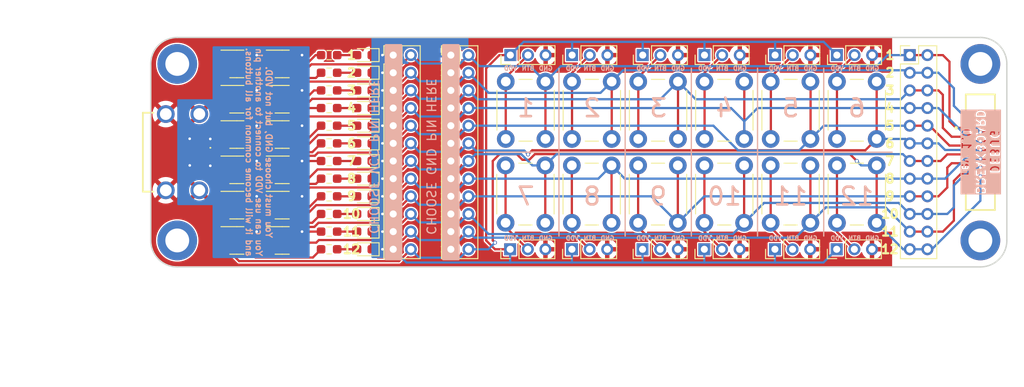
<source format=kicad_pcb>
(kicad_pcb (version 20221018) (generator pcbnew)
  (layers (0 "F.Cu" signal) (31 "B.Cu" signal) (34 "B.Paste" user) (35 "F.Paste" user) (36 "B.SilkS" user "B.Silkscreen") (37 "F.SilkS" user "F.Silkscreen") (38 "B.Mask" user) (39 "F.Mask" user) (44 "Edge.Cuts" user))
  (net 0 "")
  (net 1 "P5V0")
  (net 2 "GND")
  (net 3 "Net-(D1-A)")
  (net 4 "Net-(D2-A)")
  (net 5 "Net-(D3-A)")
  (net 6 "Net-(D4-A)")
  (net 7 "Net-(D5-A)")
  (net 8 "Net-(D6-A)")
  (net 9 "Net-(D7-A)")
  (net 10 "Net-(D8-A)")
  (net 11 "Net-(D9-A)")
  (net 12 "Net-(D10-A)")
  (net 13 "Net-(D11-A)")
  (net 14 "Net-(D12-A)")
  (net 15 "/1")
  (net 16 "/2")
  (net 17 "/3")
  (net 18 "/4")
  (net 19 "/5")
  (net 20 "/6")
  (net 21 "/7")
  (net 22 "/8")
  (net 23 "/9")
  (net 24 "/10")
  (net 25 "/11")
  (net 26 "/12")
  (net 27 "VDD")
  (net 28 "Net-(J3-Pin_2)")
  (net 29 "Net-(J5-Pin_2)")
  (net 30 "Net-(J6-Pin_2)")
  (net 31 "Net-(J7-Pin_2)")
  (net 32 "Net-(J9-Pin_2)")
  (net 33 "Net-(J10-Pin_2)")
  (net 34 "Net-(J11-Pin_2)")
  (net 35 "Net-(J12-Pin_2)")
  (net 36 "Net-(J13-Pin_2)")
  (net 37 "Net-(J14-Pin_2)")
  (net 38 "Net-(J15-Pin_2)")
  (net 39 "Net-(J16-Pin_2)")
  (net 42 "Net-(U1--)")
  (net 43 "Net-(U2--)")
  (net 44 "Net-(U3--)")
  (net 45 "Net-(U4--)")
  (net 46 "Net-(U5--)")
  (net 47 "Net-(U6--)")
  (net 48 "Net-(U7--)")
  (net 49 "Net-(U8--)")
  (net 50 "Net-(U9--)")
  (net 51 "Net-(U10--)")
  (net 52 "Net-(U11--)")
  (net 53 "Net-(U12--)")
  (footprint "Resistor_SMD:R_0603_1608Metric_Pad0.98x0.95mm_HandSolder" (layer "F.Cu") (at 120.208572 69)
    (fp_text reference "R11" hide)
    (fp_text value "510R")
  )
  (footprint "MountingHole:MountingHole_2.7mm_M2.5_ISO7380_Pad" (layer "F.Cu") (at 103 70)
    (fp_text reference "H2" hide)
    (fp_text value "M2.5")
  )
  (footprint "Button_Switch_THT:SW_PUSH_6mm_H5mm" (layer "F.Cu") (at 147.726 58.5 90)
    (fp_text reference "SW8" hide)
    (fp_text value "SW_Push")
  )
  (footprint "Connector_PinHeader_2.00mm:PinHeader_1x03_P2.00mm_Vertical" (layer "F.Cu") (at 177.72 71 90)
    (fp_text reference "J10" hide)
    (fp_text value "Conn_01x03_Pin")
  )
  (footprint "Package_TO_SOT_SMD:SOT-23-5" (layer "F.Cu") (at 114.8875 58)
    (fp_text reference "U3" hide)
    (fp_text value "TLV6001UIDBVR ")
  )
  (footprint "LED_SMD:LED_0603_1608Metric_Pad1.05x0.95mm_HandSolder" (layer "F.Cu") (at 124.208572 67 180)
    (fp_text reference "D10" hide)
    (fp_text value "LED")
  )
  (footprint "Connector_PinHeader_2.00mm:PinHeader_1x03_P2.00mm_Vertical" (layer "F.Cu") (at 177.74 49 90)
    (fp_text reference "J16" hide)
    (fp_text value "Conn_01x03_Pin")
  )
  (footprint "Resistor_SMD:R_0603_1608Metric_Pad0.98x0.95mm_HandSolder" (layer "F.Cu") (at 120.208572 57)
    (fp_text reference "R5" hide)
    (fp_text value "510R")
  )
  (footprint "MountingHole:MountingHole_2.7mm_M2.5_ISO7380_Pad" (layer "F.Cu") (at 103 50)
    (fp_text reference "H1" hide)
    (fp_text value "M2.5")
  )
  (footprint "Package_TO_SOT_SMD:SOT-23-5" (layer "F.Cu") (at 109.75 54)
    (fp_text reference "U8" hide)
    (fp_text value "TLV6001UIDBVR ")
  )
  (footprint "LED_SMD:LED_0603_1608Metric_Pad1.05x0.95mm_HandSolder" (layer "F.Cu") (at 124.208572 57 180)
    (fp_text reference "D5" hide)
    (fp_text value "LED")
  )
  (footprint "Connector_PinHeader_2.00mm:PinHeader_1x03_P2.00mm_Vertical" (layer "F.Cu") (at 147.74 49 90)
    (fp_text reference "J12" hide)
    (fp_text value "Conn_01x03_Pin")
  )
  (footprint "Package_TO_SOT_SMD:SOT-23-5" (layer "F.Cu") (at 109.75 58)
    (fp_text reference "U9" hide)
    (fp_text value "TLV6001UIDBVR ")
  )
  (footprint "Resistor_SMD:R_0603_1608Metric_Pad0.98x0.95mm_HandSolder" (layer "F.Cu") (at 120.208572 51)
    (fp_text reference "R2" hide)
    (fp_text value "510R")
  )
  (footprint "Resistor_SMD:R_0603_1608Metric_Pad0.98x0.95mm_HandSolder" (layer "F.Cu") (at 120.208572 59)
    (fp_text reference "R6" hide)
    (fp_text value "510R")
  )
  (footprint "Button_Switch_THT:SW_PUSH_6mm_H5mm" (layer "F.Cu") (at 162.73 68 90)
    (fp_text reference "SW4" hide)
    (fp_text value "SW_Push")
  )
  (footprint "LED_SMD:LED_0603_1608Metric_Pad1.05x0.95mm_HandSolder" (layer "F.Cu") (at 124.208572 65 180)
    (fp_text reference "D9" hide)
    (fp_text value "LED")
  )
  (footprint "Package_TO_SOT_SMD:SOT-23-5" (layer "F.Cu") (at 114.8875 54)
    (fp_text reference "U2" hide)
    (fp_text value "TLV6001UIDBVR ")
  )
  (footprint "Package_TO_SOT_SMD:SOT-23-5" (layer "F.Cu") (at 114.8875 50)
    (fp_text reference "U1" hide)
    (fp_text value "TLV6001UIDBVR ")
  )
  (footprint "LED_SMD:LED_0603_1608Metric_Pad1.05x0.95mm_HandSolder" (layer "F.Cu") (at 124.208572 71 180)
    (fp_text reference "D12" hide)
    (fp_text value "LED")
  )
  (footprint "Package_TO_SOT_SMD:SOT-23-5" (layer "F.Cu") (at 114.8875 70)
    (fp_text reference "U6" hide)
    (fp_text value "TLV6001UIDBVR ")
  )
  (footprint "LED_SMD:LED_0603_1608Metric_Pad1.05x0.95mm_HandSolder" (layer "F.Cu") (at 124.208572 55 180)
    (fp_text reference "D4" hide)
    (fp_text value "LED")
  )
  (footprint "Resistor_SMD:R_0603_1608Metric_Pad0.98x0.95mm_HandSolder" (layer "F.Cu") (at 120.208572 67)
    (fp_text reference "R10" hide)
    (fp_text value "510R")
  )
  (footprint "LED_SMD:LED_0603_1608Metric_Pad1.05x0.95mm_HandSolder" (layer "F.Cu") (at 124.208572 59 180)
    (fp_text reference "D6" hide)
    (fp_text value "LED")
  )
  (footprint "Package_TO_SOT_SMD:SOT-23-5" (layer "F.Cu") (at 114.8875 62)
    (fp_text reference "U4" hide)
    (fp_text value "TLV6001UIDBVR ")
  )
  (footprint "Button_Switch_THT:SW_PUSH_6mm_H5mm" (layer "F.Cu") (at 170.24 68 90)
    (fp_text reference "SW5" hide)
    (fp_text value "SW_Push")
  )
  (footprint "Button_Switch_THT:SW_PUSH_6mm_H5mm" (layer "F.Cu") (at 140.22 58.5 90)
    (fp_text reference "SW7" hide)
    (fp_text value "SW_Push")
  )
  (footprint "Resistor_SMD:R_0603_1608Metric_Pad0.98x0.95mm_HandSolder" (layer "F.Cu") (at 120.208572 55)
    (fp_text reference "R4" hide)
    (fp_text value "510R")
  )
  (footprint "LED_SMD:LED_0603_1608Metric_Pad1.05x0.95mm_HandSolder" (layer "F.Cu") (at 124.208572 53 180)
    (fp_text reference "D3" hide)
    (fp_text value "LED")
  )
  (footprint "Button_Switch_THT:SW_PUSH_6mm_H5mm" (layer "F.Cu") (at 177.75 68 90)
    (fp_text reference "SW6" hide)
    (fp_text value "SW_Push")
  )
  (footprint "Connector_PinHeader_2.00mm:PinHeader_1x03_P2.00mm_Vertical" (layer "F.Cu") (at 140.74 49 90)
    (fp_text reference "J11" hide)
    (fp_text value "Conn_01x03_Pin")
  )
  (footprint "Connector_PinHeader_2.00mm:PinHeader_1x03_P2.00mm_Vertical" (layer "F.Cu") (at 170.72 71 90)
    (fp_text reference "J9" hide)
    (fp_text value "Conn_01x03_Pin")
  )
  (footprint "Connector_PinHeader_2.00mm:PinHeader_1x03_P2.00mm_Vertical" (layer "F.Cu") (at 162.74 49 90)
    (fp_text reference "J14" hide)
    (fp_text value "Conn_01x03_Pin")
  )
  (footprint "Connector_PinHeader_2.00mm:PinHeader_1x03_P2.00mm_Vertical" (layer "F.Cu") (at 170.74 49 90)
    (fp_text reference "J15" hide)
    (fp_text value "Conn_01x03_Pin")
  )
  (footprint "LED_SMD:LED_0603_1608Metric_Pad1.05x0.95mm_HandSolder" (layer "F.Cu") (at 124.208572 51 180)
    (fp_text reference "D2" hide)
    (fp_text value "LED")
  )
  (footprint "Package_TO_SOT_SMD:SOT-23-5" (layer "F.Cu") (at 109.75 62)
    (fp_text reference "U10" hide)
    (fp_text value "TLV6001UIDBVR ")
  )
  (footprint "Button_Switch_THT:SW_PUSH_6mm_H5mm" (layer "F.Cu") (at 155.22 68 90)
    (fp_text reference "SW3" hide)
    (fp_text value "SW_Push")
  )
  (footprint "LED_SMD:LED_0603_1608Metric_Pad1.05x0.95mm_HandSolder" (layer "F.Cu") (at 124.208572 49 180)
    (fp_text reference "D1" hide)
    (fp_text value "LED")
  )
  (footprint "Button_Switch_THT:SW_PUSH_6mm_H5mm" (layer "F.Cu") (at 162.738 58.5 90)
    (fp_text reference "SW10" hide)
    (fp_text value "SW_Push")
  )
  (footprint "Connector_PinHeader_2.00mm:PinHeader_2x12_P2.00mm_Vertical" (layer "F.Cu") (at 134 49)
    (fp_text reference "J8" hide)
    (fp_text value "Conn_02x12_Counter_Clockwise")
  )
  (footprint "MountingHole:MountingHole_2.7mm_M2.5_ISO7380_Pad" (layer "F.Cu") (at 194 70)
    (fp_text reference "H4" hide)
    (fp_text value "M2.5")
  )
  (footprint "LED_SMD:LED_0603_1608Metric_Pad1.05x0.95mm_HandSolder" (layer "F.Cu") (at 124.208572 63 180)
    (fp_text reference "D8" hide)
    (fp_text value "LED")
  )
  (footprint "Connector_PinHeader_2.00mm:PinHeader_2x12_P2.00mm_Vertical" (layer "F.Cu") (at 186 49)
    (fp_text reference "J2" hide)
    (fp_text value "Conn_02x12_Counter_Clockwise")
  )
  (footprint "Package_TO_SOT_SMD:SOT-23-5" (layer "F.Cu") (at 109.75 70)
    (fp_text reference "U12" hide)
    (fp_text value "TLV6001UIDBVR ")
  )
  (footprint "Connector_PinHeader_2.00mm:PinHeader_1x03_P2.00mm_Vertical" (layer "F.Cu") (at 155.74 49 90)
    (fp_text reference "J13" hide)
    (fp_text value "Conn_01x03_Pin")
  )
  (footprint "Button_Switch_THT:SW_PUSH_6mm_H5mm" (layer "F.Cu") (at 177.75 58.5 90)
    (fp_text reference "SW12" hide)
    (fp_text value "SW_Push")
  )
  (footprint "MountingHole:MountingHole_2.7mm_M2.5_ISO7380_Pad" (layer "F.Cu") (at 194 50)
    (fp_text reference "H3" hide)
    (fp_text value "M2.5")
  )
  (footprint "Package_TO_SOT_SMD:SOT-23-5" (layer "F.Cu") (at 109.75 66)
    (fp_text reference "U11" hide)
    (fp_text value "TLV6001UIDBVR ")
  )
  (footprint "LED_SMD:LED_0603_1608Metric_Pad1.05x0.95mm_HandSolder" (layer "F.Cu") (at 124.208572 61 180)
    (fp_text reference "D7" hide)
    (fp_text value "LED")
  )
  (footprint "Connector_PinHeader_2.00mm:PinHeader_1x03_P2.00mm_Vertical" (layer "F.Cu") (at 140.72 71 90)
    (fp_text reference "J3" hide)
    (fp_text value "Conn_01x03_Pin")
  )
  (footprint "Resistor_SMD:R_0603_1608Metric_Pad0.98x0.95mm_HandSolder" (layer "F.Cu") (at 120.208572 61)
    (fp_text reference "R7" hide)
    (fp_text value "510R")
  )
  (footprint "Resistor_SMD:R_0603_1608Metric_Pad0.98x0.95mm_HandSolder" (layer "F.Cu") (at 120.208572 65)
    (fp_text reference "R9" hide)
    (fp_text value "510R")
  )
  (footprint "RackLab:FFC2A32-12-T" (layer "F.Cu") (at 194 60 90)
    (fp_text reference "J1" hide)
    (fp_text value "FFC2A32-12-T")
  )
  (footprint "Button_Switch_THT:SW_PUSH_6mm_H5mm" (layer "F.Cu") (at 140.2 68 90)
    (fp_text reference "SW1" hide)
    (fp_text value "SW_Push")
  )
  (footprint "Connector_PinHeader_2.00mm:PinHeader_1x03_P2.00mm_Vertical" (layer "F.Cu") (at 147.72 71 90)
    (fp_text reference "J5" hide)
    (fp_text value "Conn_01x03_Pin")
  )
  (footprint "Resistor_SMD:R_0603_1608Metric_Pad0.98x0.95mm_HandSolder" (layer "F.Cu") (at 120.208572 49)
    (fp_text reference "R1" hide)
    (fp_text value "510R")
  )
  (footprint "LED_SMD:LED_0603_1608Metric_Pad1.05x0.95mm_HandSolder" (layer "F.Cu") (at 124.208572 69 180)
    (fp_text reference "D11" hide)
    (fp_text value "LED")
  )
  (footprint "Resistor_SMD:R_0603_1608Metric_Pad0.98x0.95mm_HandSolder" (layer "F.Cu") (at 120.208572 71)
    (fp_text reference "R12" hide)
    (fp_text value "510R")
  )
  (footprint "Package_TO_SOT_SMD:SOT-23-5" (layer "F.Cu") (at 109.75 50)
    (fp_text reference "U7" hide)
    (fp_text value "TLV6001UIDBVR ")
  )
  (footprint "Button_Switch_THT:SW_PUSH_6mm_H5mm" (layer "F.Cu") (at 147.71 68 90)
    (fp_text reference "SW2" hide)
    (fp_text value "SW_Push")
  )
  (footprint "Resistor_SMD:R_0603_1608Metric_Pad0.98x0.95mm_HandSolder" (layer "F.Cu") (at 120.208572 63)
    (fp_text reference "R8" hide)
    (fp_text value "510R")
  )
  (footprint "Resistor_SMD:R_0603_1608Metric_Pad0.98x0.95mm_HandSolder" (layer "F.Cu") (at 120.208572 53)
    (fp_text reference "R3" hide)
    (fp_text value "510R")
  )
  (footprint "Connector_PinHeader_2.00mm:PinHeader_1x03_P2.00mm_Vertical" (layer "F.Cu") (at 162.72 71 90)
    (fp_text reference "J7" hide)
    (fp_text value "Conn_01x03_Pin")
  )
  (footprint "Package_TO_SOT_SMD:SOT-23-5" (layer "F.Cu") (at 114.8875 66)
    (fp_text reference "U5" hide)
    (fp_text value "TLV6001UIDBVR ")
  )
  (footprint "RackLab:USB4125-GF-A-0190" (layer "F.Cu") (at 102.5 60 -90)
    (fp_text reference "P1" hide)
    (fp_text value "USB4125-GF-A-0190" hide)
  )
  (footprint "Button_Switch_THT:SW_PUSH_6mm_H5mm" (layer "F.Cu") (at 170.244 58.5 90)
    (fp_text reference "SW11" hide)
    (fp_text value "SW_Push")
  )
  (footprint "Button_Switch_THT:SW_PUSH_6mm_H5mm" (layer "F.Cu") (at 155.232 58.5 90)
    (fp_text reference "SW9" hide)
    (fp_text value "SW_Push")
  )
  (footprint "Connector_PinHeader_2.00mm:PinHeader_1x03_P2.00mm_Vertical" (layer "F.Cu") (at 155.72 71 90)
    (fp_text reference "J6" hide)
    (fp_text value "Conn_01x03_Pin")
  )
  (footprint "Connector_PinHeader_2.00mm:PinHeader_2x12_P2.00mm_Vertical" (layer "F.Cu") (at 127.47 49)
    (fp_text reference "J4" hide)
    (fp_text value "Conn_02x12_Counter_Clockwise")
  )
  (gr_line (start 138 60) (end 184 60) (stroke (width 0.15)) (layer "B.SilkS"))
  (gr_line (start 168.75 50.5) (end 168.75 69.5) (stroke (width 0.15)) (layer "B.SilkS"))
  (gr_line (start 146.25 50.5) (end 146.25 69.5) (stroke (width 0.15)) (layer "B.SilkS"))
  (gr_line (start 176.25 50.5) (end 176.25 69.5) (stroke (width 0.15)) (layer "B.SilkS"))
  (gr_line (start 153.75 50.5) (end 153.75 69.5) (stroke (width 0.15)) (layer "B.SilkS"))
  (gr_line (start 161.25 69.5) (end 161.25 50.5) (stroke (width 0.15)) (layer "B.SilkS"))
  (gr_arc (start 197.000811 69.999877) (mid 196.121937 72.12185) (end 194 73.000811) (stroke (width 0.16)) (layer "Edge.Cuts"))
  (gr_line (start 194.000003 47.000011) (end 103.000003 46.999914) (stroke (width 0.16)) (layer "Edge.Cuts"))
  (gr_arc (start 194.000003 47.000011) (mid 196.12127 47.878645) (end 196.999989 49.999877) (stroke (width 0.16)) (layer "Edge.Cuts"))
  (gr_line (start 103 73.000824) (end 194 73.000811) (stroke (width 0.16)) (layer "Edge.Cuts"))
  (gr_line (start 99.999914 49.999889) (end 99.999176 69.999889) (stroke (width 0.16)) (layer "Edge.Cuts"))
  (gr_arc (start 99.999914 49.999889) (mid 100.878659 47.878579) (end 103.000003 46.999914) (stroke (width 0.16)) (layer "Edge.Cuts"))
  (gr_arc (start 103 73.000824) (mid 100.878058 72.121864) (end 99.999176 69.999889) (stroke (width 0.16)) (layer "Edge.Cuts"))
  (gr_line (start 197.000811 69.999877) (end 196.999989 49.999877) (stroke (width 0.16)) (layer "Edge.Cuts"))
  (gr_text "BTN" (at 142.75 50.5) (layer "B.SilkS") (effects (font (size 0.5 0.5) (thickness 0.125)) (justify mirror)))
  (gr_text "You must choose GND, but not VDD.\nYou can use VDD to connect to another pin\nand it will become common for all buttons." (at 112.25 60 270) (layer "B.SilkS") (effects (font (size 0.7 0.7) (thickness 0.15) bold) (justify mirror)))
  (gr_text "6" (at 180 55) (layer "B.SilkS") (effects (font (size 2 2) (thickness 0.3)) (justify mirror)))
  (gr_text "BTN" (at 157.75 69.75) (layer "B.SilkS") (effects (font (size 0.5 0.5) (thickness 0.125)) (justify mirror)))
  (gr_text "GND\n" (at 181.75 50.5) (layer "B.SilkS") (effects (font (size 0.5 0.5) (thickness 0.125)) (justify mirror)))
  (gr_text "VDD" (at 162.75 69.75) (layer "B.SilkS") (effects (font (size 0.5 0.5) (thickness 0.125)) (justify mirror)))
  (gr_text "VDD" (at 155.75 50.5) (layer "B.SilkS") (effects (font (size 0.5 0.5) (thickness 0.125)) (justify mirror)))
  (gr_text "8" (at 150 65) (layer "B.SilkS") (effects (font (size 2 2) (thickness 0.3)) (justify mirror)))
  (gr_text "GND\n" (at 181.75 69.75) (layer "B.SilkS") (effects (font (size 0.5 0.5) (thickness 0.125)) (justify mirror)))
  (gr_text "VDD" (at 177.75 50.5) (layer "B.SilkS") (effects (font (size 0.5 0.5) (thickness 0.125)) (justify mirror)))
  (gr_text "GND\n" (at 144.75 69.75) (layer "B.SilkS") (effects (font (size 0.5 0.5) (thickness 0.125)) (justify mirror)))
  (gr_text "5" (at 172.5 55) (layer "B.SilkS") (effects (font (size 2 2) (thickness 0.3)) (justify mirror)))
  (gr_text "BTN" (at 179.75 50.5) (layer "B.SilkS") (effects (font (size 0.5 0.5) (thickness 0.125)) (justify mirror)))
  (gr_text "VDD" (at 170.75 69.75) (layer "B.SilkS") (effects (font (size 0.5 0.5) (thickness 0.125)) (justify mirror)))
  (gr_text "GND\n" (at 144.75 50.5) (layer "B.SilkS") (effects (font (size 0.5 0.5) (thickness 0.125)) (justify mirror)))
  (gr_text "VDD" (at 140.75 69.75) (layer "B.SilkS") (effects (font (size 0.5 0.5) (thickness 0.125)) (justify mirror)))
  (gr_text "DEBUG\nBREAKBOARD\nrev 1.0" (at 194 60 270) (layer "B.SilkS" knockout) (effects (font (size 1 1)) (justify mirror)))
  (gr_text "12" (at 180 65) (layer "B.SilkS") (effects (font (size 2 2) (thickness 0.3)) (justify mirror)))
  (gr_text "11" (at 172.5 65) (layer "B.SilkS") (effects (font (size 2 2) (thickness 0.3)) (justify mirror)))
  (gr_text "CHOOSE GND PIN HERE" (at 131.75 60.5 270) (layer "B.SilkS") (effects (font (size 1 1) (thickness 0.15) bold) (justify mirror)))
  (gr_text "BTN" (at 164.75 69.75) (layer "B.SilkS") (effects (font (size 0.5 0.5) (thickness 0.125)) (justify mirror)))
  (gr_text "VDD" (at 147.75 50.5) (layer "B.SilkS") (effects (font (size 0.5 0.5) (thickness 0.125)) (justify mirror)))
  (gr_text "VDD" (at 177.75 69.75) (layer "B.SilkS") (effects (font (size 0.5 0.5) (thickness 0.125)) (justify mirror)))
  (gr_text "VDD" (at 147.75 69.75) (layer "B.SilkS") (effects (font (size 0.5 0.5) (thickness 0.125)) (justify mirror)))
  (gr_text "BTN" (at 149.75 69.75) (layer "B.SilkS") (effects (font (size 0.5 0.5) (thickness 0.125)) (justify mirror)))
  (gr_text "4" (at 165 55) (layer "B.SilkS") (effects (font (size 2 2) (thickness 0.3)) (justify mirror)))
  (gr_text "BTN" (at 172.75 50.5) (layer "B.SilkS") (effects (font (size 0.5 0.5) (thickness 0.125)) (justify mirror)))
  (gr_text "VDD" (at 140.75 50.5) (layer "B.SilkS") (effects (font (size 0.5 0.5) (thickness 0.125)) (justify mirror)))
  (gr_text "GND\n" (at 174.75 69.75) (layer "B.SilkS") (effects (font (size 0.5 0.5) (thickness 0.125)) (justify mirror)))
  (gr_text "BTN" (at 179.75 69.75) (layer "B.SilkS") (effects (font (size 0.5 0.5) (thickness 0.125)) (justify mirror)))
  (gr_text "9" (at 157.5 65) (layer "B.SilkS") (effects (font (size 2 2) (thickness 0.3)) (justify mirror)))
  (gr_text "GND\n" (at 159.75 69.75) (layer "B.SilkS") (effects (font (size 0.5 0.5) (thickness 0.125)) (justify mirror)))
  (gr_text "GND\n" (at 151.75 50.5) (layer "B.SilkS") (effects (font (size 0.5 0.5) (thickness 0.125)) (justify mirror)))
  (gr_text "GND\n" (at 159.75 50.5) (layer "B.SilkS") (effects (font (size 0.5 0.5) (thickness 0.125)) (justify mirror)))
  (gr_text "GND\n" (at 166.75 50.5) (layer "B.SilkS") (effects (font (size 0.5 0.5) (thickness 0.125)) (justify mirror)))
  (gr_text "VDD" (at 170.75 50.5) (layer "B.SilkS") (effects (font (size 0.5 0.5) (thickness 0.125)) (justify mirror)))
  (gr_text "GND\n" (at 174.75 50.5) (layer "B.SilkS") (effects (font (size 0.5 0.5) (thickness 0.125)) (justify mirror)))
  (gr_text "GND\n" (at 151.75 69.75) (layer "B.SilkS") (effects (font (size 0.5 0.5) (thickness 0.125)) (justify mirror)))
  (gr_text "CHOOSE VCC PIN HERE" (at 125.25 60.5 270) (layer "B.SilkS") (effects (font (size 1 1)) (justify mirror)))
  (gr_text "BTN" (at 157.75 50.5) (layer "B.SilkS") (effects (font (size 0.5 0.5) (thickness 0.125)) (justify mirror)))
  (gr_text "BTN" (at 172.75 69.75) (layer "B.SilkS") (effects (font (size 0.5 0.5) (thickness 0.125)) (justify mirror)))
  (gr_text "BTN" (at 142.75 69.75) (layer "B.SilkS") (effects (font (size 0.5 0.5) (thickness 0.125)) (justify mirror)))
  (gr_text "GND\n" (at 166.75 69.75) (layer "B.SilkS") (effects (font (size 0.5 0.5) (thickness 0.125)) (justify mirror)))
  (gr_text "3" (at 157.5 55) (layer "B.SilkS") (effects (font (size 2 2) (thickness 0.3)) (justify mirror)))
  (gr_text "10" (at 165 65) (layer "B.SilkS") (effects (font (size 2 2) (thickness 0.3)) (justify mirror)))
  (gr_text "1" (at 142.5 55) (layer "B.SilkS") (effects (font (size 2 2) (thickness 0.3)) (justify mirror)))
  (gr_text "VDD" (at 162.75 50.5) (layer "B.SilkS") (effects (font (size 0.5 0.5) (thickness 0.125)) (justify mirror)))
  (gr_text "7" (at 142.5 65) (layer "B.SilkS") (effects (font (size 2 2) (thickness 0.3)) (justify mirror)))
  (gr_text "2" (at 150 55) (layer "B.SilkS") (effects (font (size 2 2) (thickness 0.3)) (justify mirror)))
  (gr_text "VDD" (at 155.75 69.75) (layer "B.SilkS") (effects (font (size 0.5 0.5) (thickness 0.125)) (justify mirror)))
  (gr_text "BTN" (at 149.75 50.5) (layer "B.SilkS") (effects (font (size 0.5 0.5) (thickness 0.125)) (justify mirror)))
  (gr_text "BTN" (at 164.75 50.5) (layer "B.SilkS") (effects (font (size 0.5 0.5) (thickness 0.125)) (justify mirror)))
  (gr_text "3" (at 122.75 53) (layer "F.SilkS") (effects (font (size 1 1) (thickness 0.25) bold)))
  (gr_text "5" (at 183.75 57) (layer "F.SilkS") (effects (font (size 1 1) (thickness 0.25) bold)))
  (gr_text "5" (at 122.75 57) (layer "F.SilkS") (effects (font (size 1 1) (thickness 0.25) bold)))
  (gr_text "8" (at 122.75 63) (layer "F.SilkS") (effects (font (size 1 1) (thickness 0.25) bold)))
  (gr_text "6" (at 122.75 59) (layer "F.SilkS") (effects (font (size 1 1) (thickness 0.25) bold)))
  (gr_text "11" (at 122.75 69) (layer "F.SilkS") (effects (font (size 1 1) (thickness 0.25) bold)))
  (gr_text "12" (at 183.75 71) (layer "F.SilkS") (effects (font (size 1 1) (thickness 0.25) bold)))
  (gr_text "2" (at 183.75 51) (layer "F.SilkS") (effects (font (size 1 1) (thickness 0.25) bold)))
  (gr_text "10" (at 122.75 67) (layer "F.SilkS") (effects (font (size 1 1) (thickness 0.25) bold)))
  (gr_text "1" (at 122.75 49) (layer "F.SilkS") (effects (font (size 1 1) (thickness 0.25) bold)))
  (gr_text "4" (at 183.75 55) (layer "F.SilkS") (effects (font (size 1 1) (thickness 0.25) bold)))
  (gr_text "8" (at 183.75 63) (layer "F.SilkS") (effects (font (size 1 1) (thickness 0.25) bold)))
  (gr_text "11" (at 183.75 69) (layer "F.SilkS") (effects (font (size 1 1) (thickness 0.25) bold)))
  (gr_text "1" (at 183.75 49) (layer "F.SilkS") (effects (font (size 1 1) (thickness 0.25) bold)))
  (gr_text "9\n" (at 122.75 65) (layer "F.SilkS") (effects (font (size 1 1) (thickness 0.25) bold)))
  (gr_text "7" (at 183.75 61) (layer "F.SilkS") (effects (font (size 1 1) (thickness 0.25) bold)))
  (gr_text "10" (at 183.75 67) (layer "F.SilkS") (effects (font (size 1 1) (thickness 0.25) bold)))
  (gr_text "2" (at 122.75 51) (layer "F.SilkS") (effects (font (size 1 1) (thickness 0.25) bold)))
  (gr_text "12" (at 122.75 71) (layer "F.SilkS") (effects (font (size 1 1) (thickness 0.25) bold)))
  (gr_text "4" (at 122.75 55) (layer "F.SilkS") (effects (font (size 1 1) (thickness 0.25) bold)))
  (gr_text "9\n" (at 183.75 65) (layer "F.SilkS") (effects (font (size 1 1) (thickness 0.25) bold)))
  (gr_text "3" (at 183.75 53) (layer "F.SilkS") (effects (font (size 1 1) (thickness 0.25) bold)))
  (gr_text "7" (at 122.75 61) (layer "F.SilkS") (effects (font (size 1 1) (thickness 0.25) bold)))
  (gr_text "6" (at 183.75 59) (layer "F.SilkS") (effects (font (size 1 1) (thickness 0.25) bold)))
  (segment (start 117.0875 61.05) (end 117.1375 61) (width 0.254) (layer "F.Cu") (net 1))
  (segment (start 105.58 61.52) (end 106.722506 61.52) (width 0.254) (layer "F.Cu") (net 1))
  (segment (start 117.0875 57.05) (end 117.1375 57) (width 0.254) (layer "F.Cu") (net 1))
  (segment (start 116.025 49.05) (end 117.0875 49.05) (width 0.254) (layer "F.Cu") (net 1))
  (segment (start 110.8875 65.05) (end 111.95 65.05) (width 0.254) (layer "F.Cu") (net 1))
  (segment (start 105.58 58.48) (end 104.412121 58.48) (width 0.254) (layer "F.Cu") (net 1))
  (segment (start 111.95 65.05) (end 112 65) (width 0.254) (layer "F.Cu") (net 1))
  (segment (start 104.412121 58.48) (end 104.409053 58.476932) (width 0.254) (layer "F.Cu") (net 1))
  (segment (start 116.025 69.05) (end 117.0875 69.05) (width 0.254) (layer "F.Cu") (net 1))
  (segment (start 116.025 53.05) (end 117.0875 53.05) (width 0.254) (layer "F.Cu") (net 1))
  (segment (start 104.437494 61.52) (end 104.417039 61.499545) (width 0.254) (layer "F.Cu") (net 1))
  (segment (start 110.8875 49.05) (end 111.95 49.05) (width 0.254) (layer "F.Cu") (net 1))
  (segment (start 111.95 53.05) (end 112 53) (width 0.254) (layer "F.Cu") (net 1))
  (segment (start 110.8875 69.05) (end 111.95 69.05) (width 0.254) (layer "F.Cu") (net 1))
  (segment (start 116.025 65.05) (end 117.0875 65.05) (width 0.254) (layer "F.Cu") (net 1))
  (segment (start 105.58 61.52) (end 104.437494 61.52) (width 0.254) (layer "F.Cu") (net 1))
  (segment (start 105.58 58.48) (end 106.722506 58.48) (width 0.254) (layer "F.Cu") (net 1))
  (segment (start 111.95 57.05) (end 112 57) (width 0.254) (layer "F.Cu") (net 1))
  (segment (start 116.025 61.05) (end 117.0875 61.05) (width 0.254) (layer "F.Cu") (net 1))
  (segment (start 110.8875 57.05) (end 111.95 57.05) (width 0.254) (layer "F.Cu") (net 1))
  (segment (start 117.0875 49.05) (end 117.1375 49) (width 0.254) (layer "F.Cu") (net 1))
  (segment (start 117.0875 65.05) (end 117.1375 65) (width 0.254) (layer "F.Cu") (net 1))
  (segment (start 117.0875 69.05) (end 117.1375 69) (width 0.254) (layer "F.Cu") (net 1))
  (segment (start 110.8875 53.05) (end 111.95 53.05) (width 0.254) (layer "F.Cu") (net 1))
  (segment (start 117.0875 53.05) (end 117.1375 53) (width 0.254) (layer "F.Cu") (net 1))
  (segment (start 116.025 57.05) (end 117.0875 57.05) (width 0.254) (layer "F.Cu") (net 1))
  (segment (start 111.95 49.05) (end 112 49) (width 0.254) (layer "F.Cu") (net 1))
  (segment (start 106.722506 58.48) (end 106.742961 58.500455) (width 0.254) (layer "F.Cu") (net 1))
  (segment (start 110.8875 61.05) (end 111.95 61.05) (width 0.254) (layer "F.Cu") (net 1))
  (segment (start 111.95 69.05) (end 112 69) (width 0.254) (layer "F.Cu") (net 1))
  (segment (start 111.95 61.05) (end 112 61) (width 0.254) (layer "F.Cu") (net 1))
  (segment (start 106.722506 61.52) (end 106.742961 61.540455) (width 0.254) (layer "F.Cu") (net 1))
  (via (at 117.1375 49) (size 0.45) (drill 0.3) (layers "F.Cu" "B.Cu") (net 1))
  (via (at 106.742961 58.500455) (size 0.45) (drill 0.3) (layers "F.Cu" "B.Cu") (net 1))
  (via (at 112 61) (size 0.45) (drill 0.3) (layers "F.Cu" "B.Cu") (net 1))
  (via (at 112 69) (size 0.45) (drill 0.3) (layers "F.Cu" "B.Cu") (net 1))
  (via (at 117.1375 57) (size 0.45) (drill 0.3) (layers "F.Cu" "B.Cu") (net 1))
  (via (at 112 53) (size 0.45) (drill 0.3) (layers "F.Cu" "B.Cu") (net 1))
  (via (at 112 65) (size 0.45) (drill 0.3) (layers "F.Cu" "B.Cu") (net 1))
  (via (at 117.1375 61) (size 0.45) (drill 0.3) (layers "F.Cu" "B.Cu") (net 1))
  (via (at 106.742961 61.540455) (size 0.45) (drill 0.3) (layers "F.Cu" "B.Cu") (net 1))
  (via (at 117.1375 53) (size 0.45) (drill 0.3) (layers "F.Cu" "B.Cu") (net 1))
  (via (at 112 57) (size 0.45) (drill 0.3) (layers "F.Cu" "B.Cu") (net 1))
  (via (at 117.1375 65) (size 0.45) (drill 0.3) (layers "F.Cu" "B.Cu") (net 1))
  (via (at 104.409053 58.476932) (size 0.45) (drill 0.3) (layers "F.Cu" "B.Cu") (net 1))
  (via (at 117.1375 69) (size 0.45) (drill 0.3) (layers "F.Cu" "B.Cu") (net 1))
  (via (at 112 49) (size 0.45) (drill 0.3) (layers "F.Cu" "B.Cu") (net 1))
  (via (at 104.417039 61.499545) (size 0.45) (drill 0.3) (layers "F.Cu" "B.Cu") (net 1))
  (segment (start 125.083572 55) (end 126.25 55) (width 0.254) (layer "F.Cu") (net 2))
  (segment (start 125.083572 51) (end 126.25 51) (width 0.254) (layer "F.Cu") (net 2))
  (segment (start 125.083572 71) (end 126.25 71) (width 0.254) (layer "F.Cu") (net 2))
  (segment (start 125.083572 69) (end 126.25 69) (width 0.254) (layer "F.Cu") (net 2))
  (segment (start 125.083572 49) (end 126.25 49) (width 0.254) (layer "F.Cu") (net 2))
  (segment (start 125.083572 61) (end 126.25 61) (width 0.254) (layer "F.Cu") (net 2))
  (segment (start 125.083572 63) (end 126.25 63) (width 0.254) (layer "F.Cu") (net 2))
  (segment (start 125.083572 57) (end 126.25 57) (width 0.254) (layer "F.Cu") (net 2))
  (segment (start 125.083572 53) (end 126.25 53) (width 0.254) (layer "F.Cu") (net 2))
  (segment (start 125.083572 59) (end 126.25 59) (width 0.254) (layer "F.Cu") (net 2))
  (segment (start 125.083572 67) (end 126.25 67) (width 0.254) (layer "F.Cu") (net 2))
  (segment (start 125.083572 65) (end 126.25 65) (width 0.254) (layer "F.Cu") (net 2))
  (via (at 126.25 65) (size 0.45) (drill 0.3) (layers "F.Cu" "B.Cu") (net 2))
  (via (at 126.25 49) (size 0.45) (drill 0.3) (layers "F.Cu" "B.Cu") (net 2))
  (via (at 126.25 51) (size 0.45) (drill 0.3) (layers "F.Cu" "B.Cu") (net 2))
  (via (at 126.25 61) (size 0.45) (drill 0.3) (layers "F.Cu" "B.Cu") (net 2))
  (via (at 126.25 67) (size 0.45) (drill 0.3) (layers "F.Cu" "B.Cu") (net 2))
  (via (at 126.25 69) (size 0.45) (drill 0.3) (layers "F.Cu" "B.Cu") (net 2))
  (via (at 126.25 63) (size 0.45) (drill 0.3) (layers "F.Cu" "B.Cu") (net 2))
  (via (at 126.25 71) (size 0.45) (drill 0.3) (layers "F.Cu" "B.Cu") (net 2))
  (via (at 126.25 57) (size 0.45) (drill 0.3) (layers "F.Cu" "B.Cu") (net 2))
  (via (at 126.25 53) (size 0.45) (drill 0.3) (layers "F.Cu" "B.Cu") (net 2))
  (via (at 126.25 55) (size 0.45) (drill 0.3) (layers "F.Cu" "B.Cu") (net 2))
  (via (at 126.25 59) (size 0.45) (drill 0.3) (layers "F.Cu" "B.Cu") (net 2))
  (segment (start 121.121072 49) (end 123.333572 49) (width 0.254) (layer "F.Cu") (net 3))
  (segment (start 121.121072 51) (end 123.333572 51) (width 0.254) (layer "F.Cu") (net 4))
  (segment (start 121.121072 53) (end 123.333572 53) (width 0.254) (layer "F.Cu") (net 5))
  (segment (start 121.121072 55) (end 123.333572 55) (width 0.254) (layer "F.Cu") (net 6))
  (segment (start 121.121072 57) (end 123.333572 57) (width 0.254) (layer "F.Cu") (net 7))
  (segment (start 121.121072 59) (end 123.333572 59) (width 0.254) (layer "F.Cu") (net 8))
  (segment (start 121.121072 61) (end 123.333572 61) (width 0.254) (layer "F.Cu") (net 9))
  (segment (start 121.121072 63) (end 123.333572 63) (width 0.254) (layer "F.Cu") (net 10))
  (segment (start 121.121072 65) (end 123.333572 65) (width 0.254) (layer "F.Cu") (net 11))
  (segment (start 121.121072 67) (end 123.333572 67) (width 0.254) (layer "F.Cu") (net 12))
  (segment (start 121.121072 69) (end 123.333572 69) (width 0.254) (layer "F.Cu") (net 13))
  (segment (start 121.121072 71) (end 123.333572 71) (width 0.254) (layer "F.Cu") (net 14))
  (segment (start 118.2044 50.0456) (end 116.5922 51.6578) (width 0.254) (layer "F.Cu") (net 15))
  (segment (start 190.5 49.75) (end 189.75 49) (width 0.254) (layer "F.Cu") (net 15))
  (segment (start 190.5 56.5) (end 190.5 49.75) (width 0.254) (layer "F.Cu") (net 15))
  (segment (start 116.5922 51.6578) (end 114.4578 51.6578) (width 0.254) (layer "F.Cu") (net 15))
  (segment (start 192.6 57.25) (end 191.25 57.25) (width 0.254) (layer "F.Cu") (net 15))
  (segment (start 189.75 49) (end 186 49) (width 0.254) (layer "F.Cu") (net 15))
  (segment (start 128.4244 50.0456) (end 118.2044 50.0456) (width 0.254) (layer "F.Cu") (net 15))
  (segment (start 191.25 57.25) (end 190.5 56.5) (width 0.254) (layer "F.Cu") (net 15))
  (segment (start 114.4578 51.6578) (end 113.75 50.95) (width 0.254) (layer "F.Cu") (net 15))
  (segment (start 129.47 49) (end 128.4244 50.0456) (width 0.254) (layer "F.Cu") (net 15))
  (segment (start 144.72 58.5) (end 144.72 52) (width 0.254) (layer "F.Cu") (net 15))
  (segment (start 183.5 49) (end 182.25 50.25) (width 0.254) (layer "B.Cu") (net 15))
  (segment (start 142.97 50.25) (end 137.25 50.25) (width 0.254) (layer "B.Cu") (net 15))
  (segment (start 137.25 50.25) (end 136 49) (width 0.254) (layer "B.Cu") (net 15))
  (segment (start 182.25 50.25) (end 146.47 50.25) (width 0.254) (layer "B.Cu") (net 15))
  (segment (start 130.4244 49.9544) (end 135.0456 49.9544) (width 0.254) (layer "B.Cu") (net 15))
  (segment (start 186 49) (end 183.5 49) (width 0.254) (layer "B.Cu") (net 15))
  (segment (start 146.47 50.25) (end 144.72 52) (width 0.254) (layer "B.Cu") (net 15))
  (segment (start 144.72 52) (end 142.97 50.25) (width 0.254) (layer "B.Cu") (net 15))
  (segment (start 129.47 49) (end 130.4244 49.9544) (width 0.254) (layer "B.Cu") (net 15))
  (segment (start 135.0456 49.9544) (end 136 49) (width 0.254) (layer "B.Cu") (net 15))
  (segment (start 152.23 58.5) (end 152.23 52) (width 0.254) (layer "F.Cu") (net 16))
  (segment (start 110.1331 52.4706) (end 108.6125 50.95) (width 0.254) (layer "F.Cu") (net 16))
  (segment (start 195.4 57.75) (end 194 57.75) (width 0.254) (layer "F.Cu") (net 16))
  (segment (start 129.47 51) (end 128.47 52) (width 0.254) (layer "F.Cu") (net 16))
  (segment (start 117.399472 52) (end 116.928872 52.4706) (width 0.254) (layer "F.Cu") (net 16))
  (segment (start 128.47 52) (end 117.399472 52) (width 0.254) (layer "F.Cu") (net 16))
  (segment (start 116.928872 52.4706) (end 110.1331 52.4706) (width 0.254) (layer "F.Cu") (net 16))
  (via (at 194 57.75) (size 0.45) (drill 0.3) (layers "F.Cu" "B.Cu") (net 16))
  (segment (start 138.2794 53.2794) (end 136 51) (width 0.254) (layer "B.Cu") (net 16))
  (segment (start 150.9506 53.2794) (end 138.2794 53.2794) (width 0.254) (layer "B.Cu") (net 16))
  (segment (start 135.0456 51.9544) (end 136 51) (width 0.254) (layer "B.Cu") (net 16))
  (segment (start 189.25 51) (end 186 51) (width 0.254) (layer "B.Cu") (net 16))
  (segment (start 129.47 51) (end 130.4244 51.9544) (width 0.254) (layer "B.Cu") (net 16))
  (segment (start 191 54.75) (end 191 52.75) (width 0.254) (layer "B.Cu") (net 16))
  (segment (start 153.5094 50.7206) (end 152.23 52) (width 0.254) (layer "B.Cu") (net 16))
  (segment (start 185.7206 50.7206) (end 153.5094 50.7206) (width 0.254) (layer "B.Cu") (net 16))
  (segment (start 152.23 52) (end 150.9506 53.2794) (width 0.254) (layer "B.Cu") (net 16))
  (segment (start 191 52.75) (end 189.25 51) (width 0.254) (layer "B.Cu") (net 16))
  (segment (start 130.4244 51.9544) (end 135.0456 51.9544) (width 0.254) (layer "B.Cu") (net 16))
  (segment (start 194 57.75) (end 191 54.75) (width 0.254) (layer "B.Cu") (net 16))
  (segment (start 186 51) (end 185.7206 50.7206) (width 0.254) (layer "B.Cu") (net 16))
  (segment (start 118.290363 53.9544) (end 116.715363 55.5294) (width 0.254) (layer "F.Cu") (net 17))
  (segment (start 189.25 53) (end 186 53) (width 0.254) (layer "F.Cu") (net 17))
  (segment (start 116.715363 55.5294) (end 114.3294 55.5294) (width 0.254) (layer "F.Cu") (net 17))
  (segment (start 192.6 58.25) (end 190.75 58.25) (width 0.254) (layer "F.Cu") (net 17))
  (segment (start 159.74 58.5) (end 159.74 52) (width 0.254) (layer "F.Cu") (net 17))
  (segment (start 114.3294 55.5294) (end 113.75 54.95) (width 0.254) (layer "F.Cu") (net 17))
  (segment (start 129.47 53) (end 128.5156 53.9544) (width 0.254) (layer "F.Cu") (net 17))
  (segment (start 189.75 57.25) (end 189.75 53.5) (width 0.254) (layer "F.Cu") (net 17))
  (segment (start 128.5156 53.9544) (end 118.290363 53.9544) (width 0.254) (layer "F.Cu") (net 17))
  (segment (start 189.75 53.5) (end 189.25 53) (width 0.254) (layer "F.Cu") (net 17))
  (segment (start 190.75 58.25) (end 189.75 57.25) (width 0.254) (layer "F.Cu") (net 17))
  (segment (start 157.74 54) (end 137 54) (width 0.254) (layer "B.Cu") (net 17))
  (segment (start 159.74 52) (end 157.74 54) (width 0.254) (layer "B.Cu") (net 17))
  (segment (start 135.0456 53.9544) (end 136 53) (width 0.254) (layer "B.Cu") (net 17))
  (segment (start 159.74 52) (end 161.74 54) (width 0.254) (layer "B.Cu") (net 17))
  (segment (start 185 54) (end 186 53) (width 0.254) (layer "B.Cu") (net 17))
  (segment (start 137 54) (end 136 53) (width 0.254) (layer "B.Cu") (net 17))
  (segment (start 129.47 53) (end 130.4244 53.9544) (width 0.254) (layer "B.Cu") (net 17))
  (segment (start 161.74 54) (end 185 54) (width 0.254) (layer "B.Cu") (net 17))
  (segment (start 130.4244 53.9544) (end 135.0456 53.9544) (width 0.254) (layer "B.Cu") (net 17))
  (segment (start 129.47 55) (end 128.5156 55.9544) (width 0.254) (layer "F.Cu") (net 18))
  (segment (start 167.25 58.5) (end 167.25 52) (width 0.254) (layer "F.Cu") (net 18))
  (segment (start 117.439835 55.9544) (end 117.052035 56.3422) (width 0.254) (layer "F.Cu") (net 18))
  (segment (start 117.052035 56.3422) (end 110.0047 56.3422) (width 0.254) (layer "F.Cu") (net 18))
  (segment (start 195.4 58.75) (end 194 58.75) (width 0.254) (layer "F.Cu") (net 18))
  (segment (start 128.5156 55.9544) (end 117.439835 55.9544) (width 0.254) (layer "F.Cu") (net 18))
  (segment (start 110.0047 56.3422) (end 108.6125 54.95) (width 0.254) (layer "F.Cu") (net 18))
  (via (at 194 58.75) (size 0.45) (drill 0.3) (layers "F.Cu" "B.Cu") (net 18))
  (segment (start 136 55) (end 165.75 55) (width 0.254) (layer "B.Cu") (net 18))
  (segment (start 167.25 58.5) (end 167.25 56.5) (width 0.254) (layer "B.Cu") (net 18))
  (segment (start 189.25 55) (end 186 55) (width 0.254) (layer "B.Cu") (net 18))
  (segment (start 136 55) (end 135.0456 55.9544) (width 0.254) (layer "B.Cu") (net 18))
  (segment (start 165.75 55) (end 167.25 56.5) (width 0.254) (layer "B.Cu") (net 18))
  (segment (start 167.25 56.5) (end 168.75 55) (width 0.254) (layer "B.Cu") (net 18))
  (segment (start 130.4244 55.9544) (end 129.47 55) (width 0.254) (layer "B.Cu") (net 18))
  (segment (start 168.75 55) (end 186 55) (width 0.254) (layer "B.Cu") (net 18))
  (segment (start 194 58.75) (end 193 58.75) (width 0.254) (layer "B.Cu") (net 18))
  (segment (start 135.0456 55.9544) (end 130.4244 55.9544) (width 0.254) (layer "B.Cu") (net 18))
  (segment (start 193 58.75) (end 189.25 55) (width 0.254) (layer "B.Cu") (net 18))
  (segment (start 129.47 57) (end 128.4244 58.0456) (width 0.254) (layer "F.Cu") (net 19))
  (segment (start 117.4706 59.5294) (end 114.3294 59.5294) (width 0.254) (layer "F.Cu") (net 19))
  (segment (start 118.9544 58.0456) (end 117.4706 59.5294) (width 0.254) (layer "F.Cu") (net 19))
  (segment (start 188.25 57) (end 186 57) (width 0.254) (layer "F.Cu") (net 19))
  (segment (start 192.6 59.25) (end 190.5 59.25) (width 0.254) (layer "F.Cu") (net 19))
  (segment (start 114.3294 59.5294) (end 113.75 58.95) (width 0.254) (layer "F.Cu") (net 19))
  (segment (start 174.76 58.5) (end 174.76 52) (width 0.254) (layer "F.Cu") (net 19))
  (segment (start 128.4244 58.0456) (end 118.9544 58.0456) (width 0.254) (layer "F.Cu") (net 19))
  (segment (start 190.5 59.25) (end 188.25 57) (width 0.254) (layer "F.Cu") (net 19))
  (segment (start 166.5642 59.8142) (end 173.4458 59.8142) (width 0.254) (layer "B.Cu") (net 19))
  (segment (start 173.4458 59.8142) (end 174.76 58.5) (width 0.254) (layer "B.Cu") (net 19))
  (segment (start 135.0456 57.9544) (end 136 57) (width 0.254) (layer "B.Cu") (net 19))
  (segment (start 163.75 57) (end 166.5642 59.8142) (width 0.254) (layer "B.Cu") (net 19))
  (segment (start 136 57) (end 163.75 57) (width 0.254) (layer "B.Cu") (net 19))
  (segment (start 130.4244 57.9544) (end 135.0456 57.9544) (width 0.254) (layer "B.Cu") (net 19))
  (segment (start 176.26 57) (end 186 57) (width 0.254) (layer "B.Cu") (net 19))
  (segment (start 129.47 57) (end 130.4244 57.9544) (width 0.254) (layer "B.Cu") (net 19))
  (segment (start 174.76 58.5) (end 176.26 57) (width 0.254) (layer "B.Cu") (net 19))
  (segment (start 129.47 59) (end 128.4244 60.0456) (width 0.254) (layer "F.Cu") (net 20))
  (segment (start 128.4244 60.0456) (end 118.9544 60.0456) (width 0.254) (layer "F.Cu") (net 20))
  (segment (start 195.4 59.75) (end 194 59.75) (width 0.254) (layer "F.Cu") (net 20))
  (segment (start 182.25 58.5) (end 182.25 52) (width 0.254) (layer "F.Cu") (net 20))
  (segment (start 182.25 58.5) (end 180.9706 59.7794) (width 0.254) (layer "F.Cu") (net 20))
  (segment (start 118.5936 60.4064) (end 110.0689 60.4064) (width 0.254) (layer "F.Cu") (net 20))
  (segment (start 143.2206 59.7794) (end 142.75 60.25) (width 0.254) (layer "F.Cu") (net 20))
  (segment (start 180.9706 59.7794) (end 143.2206 59.7794) (width 0.254) (layer "F.Cu") (net 20))
  (segment (start 118.9544 60.0456) (end 118.5936 60.4064) (width 0.254) (layer "F.Cu") (net 20))
  (segment (start 110.0689 60.4064) (end 108.6125 58.95) (width 0.254) (layer "F.Cu") (net 20))
  (via (at 142.75 60.25) (size 0.45) (drill 0.3) (layers "F.Cu" "B.Cu") (net 20))
  (via (at 194 59.75) (size 0.45) (drill 0.3) (layers "F.Cu" "B.Cu") (net 20))
  (segment (start 136.8142 59.8142) (end 136 59) (width 0.254) (layer "B.Cu") (net 20))
  (segment (start 130.4244 59.9544) (end 129.47 59) (width 0.254) (layer "B.Cu") (net 20))
  (segment (start 194 59.75) (end 190 59.75) (width 0.254) (layer "B.Cu") (net 20))
  (segment (start 142.3142 59.8142) (end 136.8142 59.8142) (width 0.254) (layer "B.Cu") (net 20))
  (segment (start 136 59) (end 135.0456 59.9544) (width 0.254) (layer "B.Cu") (net 20))
  (segment (start 182.25 58.5) (end 185.5 58.5) (width 0.254) (layer "B.Cu") (net 20))
  (segment (start 189.25 59) (end 186 59) (width 0.254) (layer "B.Cu") (net 20))
  (segment (start 142.75 60.25) (end 142.3142 59.8142) (width 0.254) (layer "B.Cu") (net 20))
  (segment (start 190 59.75) (end 189.25 59) (width 0.254) (layer "B.Cu") (net 20))
  (segment (start 135.0456 59.9544) (end 130.4244 59.9544) (width 0.254) (layer "B.Cu") (net 20))
  (segment (start 185.5 58.5) (end 186 59) (width 0.254) (layer "B.Cu") (net 20))
  (segment (start 189.5 61) (end 186 61) (width 0.254) (layer "F.Cu") (net 21))
  (segment (start 114.3294 63.5294) (end 113.75 62.95) (width 0.254) (layer "F.Cu") (net 21))
  (segment (start 192.6 60.25) (end 190.25 60.25) (width 0.254) (layer "F.Cu") (net 21))
  (segment (start 128.5156 61.9544) (end 118.896128 61.9544) (width 0.254) (layer "F.Cu") (net 21))
  (segment (start 190.25 60.25) (end 189.5 61) (width 0.254) (layer "F.Cu") (net 21))
  (segment (start 118.896128 61.9544) (end 117.321128 63.5294) (width 0.254) (layer "F.Cu") (net 21))
  (segment (start 144.7 61.5) (end 144.7 68) (width 0.254) (layer "F.Cu") (net 21))
  (segment (start 117.321128 63.5294) (end 114.3294 63.5294) (width 0.254) (layer "F.Cu") (net 21))
  (segment (start 129.47 61) (end 128.5156 61.9544) (width 0.254) (layer "F.Cu") (net 21))
  (segment (start 145.9794 60.2206) (end 144.7 61.5) (width 0.254) (layer "B.Cu") (net 21))
  (segment (start 136 61) (end 136.7794 60.2206) (width 0.254) (layer "B.Cu") (net 21))
  (segment (start 130.4244 61.9544) (end 135.0456 61.9544) (width 0.254) (layer "B.Cu") (net 21))
  (segment (start 136.7794 60.2206) (end 141.9706 60.2206) (width 0.254) (layer "B.Cu") (net 21))
  (segment (start 129.47 61) (end 130.4244 61.9544) (width 0.254) (layer "B.Cu") (net 21))
  (segment (start 135.0456 61.9544) (end 136 61) (width 0.254) (layer "B.Cu") (net 21))
  (segment (start 141.9706 60.2206) (end 143.25 61.5) (width 0.254) (layer "B.Cu") (net 21))
  (segment (start 143.25 61.5) (end 144.7 61.5) (width 0.254) (layer "B.Cu") (net 21))
  (segment (start 186 61) (end 185.2206 60.2206) (width 0.254) (layer "B.Cu") (net 21))
  (segment (start 185.2206 60.2206) (end 145.9794 60.2206) (width 0.254) (layer "B.Cu") (net 21))
  (segment (start 152.21 61.5) (end 152.21 68) (width 0.254) (layer "F.Cu") (net 22))
  (segment (start 129.47 63) (end 128.47 64) (width 0.254) (layer "F.Cu") (net 22))
  (segment (start 110.1331 64.4706) (end 108.6125 62.95) (width 0.254) (layer "F.Cu") (net 22))
  (segment (start 118 64) (end 117.5294 64.4706) (width 0.254) (layer "F.Cu") (net 22))
  (segment (start 195.4 60.75) (end 194 60.75) (width 0.254) (layer "F.Cu") (net 22))
  (segment (start 128.47 64) (end 118 64) (width 0.254) (layer "F.Cu") (net 22))
  (segment (start 117.5294 64.4706) (end 110.1331 64.4706) (width 0.254) (layer "F.Cu") (net 22))
  (via (at 194 60.75) (size 0.45) (drill 0.3) (layers "F.Cu" "B.Cu") (net 22))
  (segment (start 153.71 63) (end 152.21 61.5) (width 0.254) (layer "B.Cu") (net 22))
  (segment (start 150.71 63) (end 152.21 61.5) (width 0.254) (layer "B.Cu") (net 22))
  (segment (start 186 63) (end 153.71 63) (width 0.254) (layer "B.Cu") (net 22))
  (segment (start 130.4244 63.9544) (end 129.47 63) (width 0.254) (layer "B.Cu") (net 22))
  (segment (start 192.25 60.75) (end 190 63) (width 0.254) (layer "B.Cu") (net 22))
  (segment (start 136 63) (end 135.0456 63.9544) (width 0.254) (layer "B.Cu") (net 22))
  (segment (start 136 63) (end 150.71 63) (width 0.254) (layer "B.Cu") (net 22))
  (segment (start 135.0456 63.9544) (end 130.4244 63.9544) (width 0.254) (layer "B.Cu") (net 22))
  (segment (start 190 63) (end 186 63) (width 0.254) (layer "B.Cu") (net 22))
  (segment (start 194 60.75) (end 192.25 60.75) (width 0.254) (layer "B.Cu") (net 22))
  (segment (start 190.25 64) (end 189.25 65) (width 0.254) (layer "F.Cu") (net 23))
  (segment (start 118.75 66) (end 117.2206 67.5294) (width 0.254) (layer "F.Cu") (net 23))
  (segment (start 159.72 61.5) (end 159.72 68) (width 0.254) (layer "F.Cu") (net 23))
  (segment (start 189.25 65) (end 186 65) (width 0.254) (layer "F.Cu") (net 23))
  (segment (start 117.2206 67.5294) (end 114.3294 67.5294) (width 0.254) (layer "F.Cu") (net 23))
  (segment (start 129.47 65) (end 128.47 66) (width 0.254) (layer "F.Cu") (net 23))
  (segment (start 192.6 61.25) (end 190.75 61.25) (width 0.254) (layer "F.Cu") (net 23))
  (segment (start 190.75 61.25) (end 190.25 61.75) (width 0.254) (layer "F.Cu") (net 23))
  (segment (start 114.3294 67.5294) (end 113.75 66.95) (width 0.254) (layer "F.Cu") (net 23))
  (segment (start 128.47 66) (end 118.75 66) (width 0.254) (layer "F.Cu") (net 23))
  (segment (start 190.25 61.75) (end 190.25 64) (width 0.254) (layer "F.Cu") (net 23))
  (segment (start 136 65) (end 156.72 65) (width 0.254) (layer "B.Cu") (net 23))
  (segment (start 135.0456 65.9544) (end 136 65) (width 0.254) (layer "B.Cu") (net 23))
  (segment (start 162.72 65) (end 186 65) (width 0.254) (layer "B.Cu") (net 23))
  (segment (start 156.72 65) (end 159.72 68) (width 0.254) (layer "B.Cu") (net 23))
  (segment (start 159.72 68) (end 162.72 65) (width 0.254) (layer "B.Cu") (net 23))
  (segment (start 130.4244 65.9544) (end 135.0456 65.9544) (width 0.254) (layer "B.Cu") (net 23))
  (segment (start 129.47 65) (end 130.4244 65.9544) (width 0.254) (layer "B.Cu") (net 23))
  (segment (start 129.47 67) (end 128.47 68) (width 0.254) (layer "F.Cu") (net 24))
  (segment (start 167.23 61.5) (end 167.23 68) (width 0.254) (layer "F.Cu") (net 24))
  (segment (start 195.4 61.75) (end 194 61.75) (width 0.254) (layer "F.Cu") (net 24))
  (segment (start 110.1331 68.4706) (end 108.6125 66.95) (width 0.254) (layer "F.Cu") (net 24))
  (segment (start 128.47 68) (end 119 68) (width 0.254) (layer "F.Cu") (net 24))
  (segment (start 119 68) (end 118.5294 68.4706) (width 0.254) (layer "F.Cu") (net 24))
  (segment (start 118.5294 68.4706) (end 110.1331 68.4706) (width 0.254) (layer "F.Cu") (net 24))
  (via (at 194 61.75) (size 0.45) (drill 0.3) (layers "F.Cu" "B.Cu") (net 24))
  (segment (start 184.75 65.75) (end 169.48 65.75) (width 0.254) (layer "B.Cu") (net 24))
  (segment (start 136 67) (end 135.0456 67.9544) (width 0.254) (layer "B.Cu") (net 24))
  (segment (start 191 63.75) (end 191 66.25) (width 0.254) (layer "B.Cu") (net 24))
  (segment (start 193 61.75) (end 191 63.75) (width 0.254) (layer "B.Cu") (net 24))
  (segment (start 194 61.75) (end 193 61.75) (width 0.254) (layer "B.Cu") (net 24))
  (segment (start 135.0456 67.9544) (end 130.4244 67.9544) (width 0.254) (layer "B.Cu") (net 24))
  (segment (start 138.2794 69.2794) (end 136 67) (width 0.254) (layer "B.Cu") (net 24))
  (segment (start 191 66.25) (end 190.25 67) (width 0.254) (layer "B.Cu") (net 24))
  (segment (start 169.48 65.75) (end 167.23 68) (width 0.254) (layer "B.Cu") (net 24))
  (segment (start 130.4244 67.9544) (end 129.47 67) (width 0.254) (layer "B.Cu") (net 24))
  (segment (start 190.25 67) (end 186 67) (width 0.254) (layer "B.Cu") (net 24))
  (segment (start 165.9506 69.2794) (end 138.2794 69.2794) (width 0.254) (layer "B.Cu") (net 24))
  (segment (start 167.23 68) (end 165.9506 69.2794) (width 0.254) (layer "B.Cu") (net 24))
  (segment (start 186 67) (end 184.75 65.75) (width 0.254) (layer "B.Cu") (net 24))
  (segment (start 191 63.25) (end 191 67.75) (width 0.254) (layer "F.Cu") (net 25))
  (segment (start 191 67.75) (end 189.75 69) (width 0.254) (layer "F.Cu") (net 25))
  (segment (start 114.3294 71.5294) (end 113.75 70.95) (width 0.254) (layer "F.Cu") (net 25))
  (segment (start 192.6 62.25) (end 192 62.25) (width 0.254) (layer "F.Cu") (net 25))
  (segment (start 116.715363 71.5294) (end 114.3294 71.5294) (width 0.254) (layer "F.Cu") (net 25))
  (segment (start 119.0456 69.9544) (end 118.75 70.25) (width 0.254) (layer "F.Cu") (net 25))
  (segment (start 116.9669 71.277863) (end 116.715363 71.5294) (width 0.254) (layer "F.Cu") (net 25))
  (segment (start 117.9669 70.25) (end 116.9669 71.25) (width 0.254) (layer "F.Cu") (net 25))
  (segment (start 189.75 69) (end 186 69) (width 0.254) (layer "F.Cu") (net 25))
  (segment (start 118.75 70.25) (end 117.9669 70.25) (width 0.254) (layer "F.Cu") (net 25))
  (segment (start 174.74 61.5) (end 174.74 68) (width 0.254) (layer "F.Cu") (net 25))
  (segment (start 116.9669 71.25) (end 116.9669 71.277863) (width 0.254) (layer "F.Cu") (net 25))
  (segment (start 192 62.25) (end 191 63.25) (width 0.254) (layer "F.Cu") (net 25))
  (segment (start 128.5156 69.9544) (end 119.0456 69.9544) (width 0.254) (layer "F.Cu") (net 25))
  (segment (start 129.47 69) (end 128.5156 69.9544) (width 0.254) (layer "F.Cu") (net 25))
  (segment (start 174.74 68) (end 176.49 66.25) (width 0.254) (layer "B.Cu") (net 25))
  (segment (start 183.25 66.25) (end 186 69) (width 0.254) (layer "B.Cu") (net 25))
  (segment (start 129.47 69) (end 130.4244 69.9544) (width 0.254) (layer "B.Cu") (net 25))
  (segment (start 135.0456 69.9544) (end 136 69) (width 0.254) (layer "B.Cu") (net 25))
  (segment (start 176.49 66.25) (end 183.25 66.25) (width 0.254) (layer "B.Cu") (net 25))
  (segment (start 173.0542 69.6858) (end 136.6858 69.6858) (width 0.254) (layer "B.Cu") (net 25))
  (segment (start 130.4244 69.9544) (end 135.0456 69.9544) (width 0.254) (layer "B.Cu") (net 25))
  (segment (start 136.6858 69.6858) (end 136 69) (width 0.254) (layer "B.Cu") (net 25))
  (segment (start 174.74 68) (end 173.0542 69.6858) (width 0.254) (layer "B.Cu") (net 25))
  (segment (start 142.874964 60.870327) (end 142.120327 60.870327) (width 0.254) (layer "F.Cu") (net 26))
  (segment (start 195.4 62.75) (end 194 62.75) (width 0.254) (layer "F.Cu") (net 26))
  (segment (start 141.75 60.5) (end 141.4706 60.2206) (width 0.254) (layer "F.Cu") (net 26))
  (segment (start 110.0047 72.3422) (end 108.6125 70.95) (width 0.254) (layer "F.Cu") (net 26))
  (segment (start 138.75 61) (end 138.75 70) (width 0.254) (layer "F.Cu") (net 26))
  (segment (start 142.120327 60.870327) (end 141.75 60.5) (width 0.254) (layer "F.Cu") (net 26))
  (segment (start 129.47 71) (end 128.1278 72.3422) (width 0.254) (layer "F.Cu") (net 26))
  (segment (start 143.524691 60.2206) (end 142.874964 60.870327) (width 0.254) (layer "F.Cu") (net 26))
  (segment (start 141.4706 60.2206) (end 139.5294 60.2206) (width 0.254) (layer "F.Cu") (net 26))
  (segment (start 139.5294 60.2206) (end 138.75 61) (width 0.254) (layer "F.Cu") (net 26))
  (segment (start 138.75 70) (end 139 70.25) (width 0.254) (layer "F.Cu") (net 26))
  (segment (start 179.2206 60.2206) (end 143.524691 60.2206) (width 0.254) (layer "F.Cu") (net 26))
  (segment (start 180 61) (end 179.2206 60.2206) (width 0.254) (layer "F.Cu") (net 26))
  (segment (start 128.1278 72.3422) (end 110.0047 72.3422) (width 0.254) (layer "F.Cu") (net 26))
  (segment (start 182.25 61.5) (end 182.25 68) (width 0.254) (layer "F.Cu") (net 26))
  (via (at 194 62.75) (size 0.45) (drill 0.3) (layers "F.Cu" "B.Cu") (net 26))
  (via (at 139 70.25) (size 0.45) (drill 0.3) (layers "F.Cu" "B.Cu") (net 26))
  (via (at 180 61) (size 0.45) (drill 0.3) (layers "F.Cu" "B.Cu") (net 26))
  (segment (start 130.4244 71.9544) (end 135.0456 71.9544) (width 0.254) (layer "B.Cu") (net 26))
  (segment (start 138.25 71) (end 136 71) (width 0.254) (layer "B.Cu") (net 26))
  (segment (start 188.5 71) (end 186 71) (width 0.254) (layer "B.Cu") (net 26))
  (segment (start 180.5 61.5) (end 180 61) (width 0.254) (layer "B.Cu") (net 26))
  (segment (start 139 70.25) (end 138.25 71) (width 0.254) (layer "B.Cu") (net 26))
  (segment (start 194 62.75) (end 194 65.5) (width 0.254) (layer "B.Cu") (net 26))
  (segment (start 182.25 61.5) (end 180.5 61.5) (width 0.254) (layer "B.Cu") (net 26))
  (segment (start 185.25 71) (end 186 71) (width 0.254) (layer "B.Cu") (net 26))
  (segment (start 194 65.5) (end 188.5 71) (width 0.254) (layer "B.Cu") (net 26))
  (segment (start 182.25 68) (end 185.25 71) (width 0.254) (layer "B.Cu") (net 26))
  (segment (start 135.0456 71.9544) (end 136 71) (width 0.254) (layer "B.Cu") (net 26))
  (segment (start 129.47 71) (end 130.4244 71.9544) (width 0.254) (layer "B.Cu") (net 26))
  (segment (start 139 71) (end 138 70) (width 0.254) (layer "F.Cu") (net 27))
  (segment (start 138 70) (end 138 50.5) (width 0.254) (layer "F.Cu") (net 27))
  (segment (start 127.5 49) (end 127.47 49) (width 0.254) (layer "F.Cu") (net 27))
  (segment (start 139.5 49) (end 140.74 49) (width 0.254) (layer "F.Cu") (net 27))
  (segment (start 140.72 71) (end 139 71) (width 0.254) (layer "F.Cu") (net 27))
  (segment (start 138 50.5) (end 139.5 49) (width 0.254) (layer "F.Cu") (net 27))
  (segment (start 147.75 47.5) (end 155.75 47.5) (width 0.254) (layer "B.Cu") (net 27))
  (segment (start 127.47 71) (end 127.47 49) (width 0.254) (layer "B.Cu") (net 27))
  (segment (start 177.72 71) (end 176.22 72.5) (width 0.254) (layer "B.Cu") (net 27))
  (segment (start 170.72 71) (end 170.72 72.47) (width 0.254) (layer "B.Cu") (net 27))
  (segment (start 162.72 72.47) (end 162.75 72.5) (width 0.254) (layer "B.Cu") (net 27))
  (segment (start 162.74 49) (end 162.74 47.51) (width 0.254) (layer "B.Cu") (net 27))
  (segment (start 170.74 47.51) (end 170.75 47.5) (width 0.254) (layer "B.Cu") (net 27))
  (segment (start 170.75 47.5) (end 176.24 47.5) (width 0.254) (layer "B.Cu") (net 27))
  (segment (start 155.75 72.5) (end 147.75 72.5) (width 0.254) (layer "B.Cu") (net 27))
  (segment (start 162.74 47.51) (end 162.75 47.5) (width 0.254) (layer "B.Cu") (net 27))
  (segment (start 140.75 72.5) (end 128.97 72.5) (width 0.254) (layer "B.Cu") (net 27))
  (segment (start 170.74 49) (end 170.74 47.51) (width 0.254) (layer "B.Cu") (net 27))
  (segment (start 170.75 72.5) (end 162.75 72.5) (width 0.254) (layer "B.Cu") (net 27))
  (segment (start 147.72 72.47) (end 147.75 72.5) (width 0.254) (layer "B.Cu") (net 27))
  (segment (start 155.72 72.47) (end 155.75 72.5) (width 0.254) (layer "B.Cu") (net 27))
  (segment (start 147.72 71) (end 147.72 72.47) (width 0.254) (layer "B.Cu") (net 27))
  (segment (start 147.74 49) (end 147.74 47.51) (width 0.254) (layer "B.Cu") (net 27))
  (segment (start 162.75 47.5) (end 170.75 47.5) (width 0.254) (layer "B.Cu") (net 27))
  (segment (start 140.72 72.47) (end 140.75 72.5) (width 0.254) (layer "B.Cu") (net 27))
  (segment (start 176.22 72.5) (end 170.75 72.5) (width 0.254) (layer "B.Cu") (net 27))
  (segment (start 155.75 47.5) (end 162.75 47.5) (width 0.254) (layer "B.Cu") (net 27))
  (segment (start 142.24 47.5) (end 147.75 47.5) (width 0.254) (layer "B.Cu") (net 27))
  (segment (start 147.75 72.5) (end 140.75 72.5) (width 0.254) (layer "B.Cu") (net 27))
  (segment (start 140.72 71) (end 140.72 72.47) (width 0.254) (layer "B.Cu") (net 27))
  (segment (start 162.72 71) (end 162.72 72.47) (width 0.254) (layer "B.Cu") (net 27))
  (segment (start 128.97 72.5) (end 127.47 71) (width 0.254) (layer "B.Cu") (net 27))
  (segment (start 176.24 47.5) (end 177.74 49) (width 0.254) (layer "B.Cu") (net 27))
  (segment (start 147.74 47.51) (end 147.75 47.5) (width 0.254) (layer "B.Cu") (net 27))
  (segment (start 155.74 47.51) (end 155.75 47.5) (width 0.254) (layer "B.Cu") (net 27))
  (segment (start 162.75 72.5) (end 155.75 72.5) (width 0.254) (layer "B.Cu") (net 27))
  (segment (start 155.72 71) (end 155.72 72.47) (width 0.254) (layer "B.Cu") (net 27))
  (segment (start 170.72 72.47) (end 170.75 72.5) (width 0.254) (layer "B.Cu") (net 27))
  (segment (start 140.74 49) (end 142.24 47.5) (width 0.254) (layer "B.Cu") (net 27))
  (segment (start 155.74 49) (end 155.74 47.51) (width 0.254) (layer "B.Cu") (net 27))
  (segment (start 140.2 68.48) (end 142.72 71) (width 0.254) (layer "F.Cu") (net 28))
  (segment (start 140.2 61.5) (end 140.2 68) (width 0.254) (layer "F.Cu") (net 28))
  (segment (start 140.2 68) (end 140.2 68.48) (width 0.254) (layer "F.Cu") (net 28))
  (segment (start 147.71 61.5) (end 147.71 68.99) (width 0.254) (layer "F.Cu") (net 29))
  (segment (start 147.71 68.99) (end 149.72 71) (width 0.254) (layer "F.Cu") (net 29))
  (segment (start 155.22 68.5) (end 157.72 71) (width 0.254) (layer "F.Cu") (net 30))
  (segment (start 155.22 61.5) (end 155.22 68.5) (width 0.254) (layer "F.Cu") (net 30))
  (segment (start 162.73 61.5) (end 162.73 69.01) (width 0.254) (layer "F.Cu") (net 31))
  (segment (start 162.73 69.01) (end 164.72 71) (width 0.254) (layer "F.Cu") (net 31))
  (segment (start 170.24 68.52) (end 172.72 71) (width 0.254) (layer "F.Cu") (net 32))
  (segment (start 170.24 61.5) (end 170.24 68.52) (width 0.254) (layer "F.Cu") (net 32))
  (segment (start 177.75 69.03) (end 179.72 71) (width 0.254) (layer "F.Cu") (net 33))
  (segment (start 177.75 61.5) (end 177.75 69.03) (width 0.254) (layer "F.Cu") (net 33))
  (segment (start 140.22 58.5) (end 140.22 51.52) (width 0.254) (layer "F.Cu") (net 34))
  (segment (start 140.22 51.52) (end 142.74 49) (width 0.254) (layer "F.Cu") (net 34))
  (segment (start 147.73 58.5) (end 147.73 51.01) (width 0.254) (layer "F.Cu") (net 35))
  (segment (start 147.73 51.01) (end 149.74 49) (width 0.254) (layer "F.Cu") (net 35))
  (segment (start 155.24 51.5) (end 157.74 49) (width 0.254) (layer "F.Cu") (net 36))
  (segment (start 155.24 58.5) (end 155.24 51.5) (width 0.254) (layer "F.Cu") (net 36))
  (segment (start 162.75 50.99) (end 164.74 49) (width 0.254) (layer "F.Cu") (net 37))
  (segment (start 162.75 58.5) (end 162.75 50.99) (width 0.254) (layer "F.Cu") (net 37))
  (segment (start 170.26 58.5) (end 170.26 51.48) (width 0.254) (layer "F.Cu") (net 38))
  (segment (start 170.26 51.48) (end 172.74 49) (width 0.254) (layer "F.Cu") (net 38))
  (segment (start 177.75 58.5) (end 177.75 50.99) (width 0.254) (layer "F.Cu") (net 39))
  (segment (start 177.75 50.99) (end 179.74 49) (width 0.254) (layer "F.Cu") (net 39))
  (segment (start 118.675264 49) (end 119.296072 49) (width 0.254) (layer "F.Cu") (net 42))
  (segment (start 116.025 50.565515) (end 116.025 50.95) (width 0.254) (layer "F.Cu") (net 42))
  (segment (start 113.75 49.05) (end 114.509485 49.05) (width 0.254) (layer "F.Cu") (net 42))
  (segment (start 116.025 50.95) (end 116.725264 50.95) (width 0.254) (layer "F.Cu") (net 42))
  (segment (start 116.725264 50.95) (end 118.675264 49) (width 0.254) (layer "F.Cu") (net 42))
  (segment (start 114.509485 49.05) (end 116.025 50.565515) (width 0.254) (layer "F.Cu") (net 42))
  (segment (start 116.025 54.95) (end 116.55 54.95) (width 0.254) (layer "F.Cu") (net 43))
  (segment (start 118.5 53) (end 119.296072 53) (width 0.254) (layer "F.Cu") (net 43))
  (segment (start 114.509485 53.05) (end 116.025 54.565515) (width 0.254) (layer "F.Cu") (net 43))
  (segment (start 113.75 53.05) (end 114.509485 53.05) (width 0.254) (layer "F.Cu") (net 43))
  (segment (start 116.55 54.95) (end 118.5 53) (width 0.254) (layer "F.Cu") (net 43))
  (segment (start 116.025 54.565515) (end 116.025 54.95) (width 0.254) (layer "F.Cu") (net 43))
  (segment (start 116.025 58.95) (end 117.346072 58.95) (width 0.254) (layer "F.Cu") (net 44))
  (segment (start 114.509485 57.05) (end 116.025 58.565515) (width 0.254) (layer "F.Cu") (net 44))
  (segment (start 113.75 57.05) (end 114.509485 57.05) (width 0.254) (layer "F.Cu") (net 44))
  (segment (start 117.346072 58.95) (end 119.296072 57) (width 0.254) (layer "F.Cu") (net 44))
  (segment (start 116.025 58.565515) (end 116.025 58.95) (width 0.254) (layer "F.Cu") (net 44))
  (segment (start 114.509485 61.05) (end 116.025 62.565515) (width 0.254) (layer "F.Cu") (net 45))
  (segment (start 113.75 61.05) (end 114.509485 61.05) (width 0.254) (layer "F.Cu") (net 45))
  (segment (start 116.025 62.565515) (end 116.025 62.95) (width 0.254) (layer "F.Cu") (net 45))
  (segment (start 116.025 62.95) (end 117.975 61) (width 0.254) (layer "F.Cu") (net 45))
  (segment (start 117.975 61) (end 119.296072 61) (width 0.254) (layer "F.Cu") (net 45))
  (segment (start 114.509485 65.05) (end 116.025 66.565515) (width 0.254) (layer "F.Cu") (net 46))
  (segment (start 113.75 65.05) (end 114.509485 65.05) (width 0.254) (layer "F.Cu") (net 46))
  (segment (start 116.025 66.95) (end 117.225264 66.95) (width 0.254) (layer "F.Cu") (net 46))
  (segment (start 117.225264 66.95) (end 119.175264 65) (width 0.254) (layer "F.Cu") (net 46))
  (segment (start 116.025 66.565515) (end 116.025 66.95) (width 0.254) (layer "F.Cu") (net 46))
  (segment (start 119.175264 65) (end 119.296072 65) (width 0.254) (layer "F.Cu") (net 46))
  (segment (start 113.75 69.05) (end 114.509485 69.05) (width 0.254) (layer "F.Cu") (net 47))
  (segment (start 116.025 70.565515) (end 116.025 70.95) (width 0.254) (layer "F.Cu") (net 47))
  (segment (start 114.509485 69.05) (end 116.025 70.565515) (width 0.254) (layer "F.Cu") (net 47))
  (segment (start 117.975 69) (end 119.296072 69) (width 0.254) (layer "F.Cu") (net 47))
  (segment (start 116.025 70.95) (end 117.975 69) (width 0.254) (layer "F.Cu") (net 47))
  (segment (start 112.0017 52.0642) (end 116.760536 52.0642) (width 0.254) (layer "F.Cu") (net 48))
  (segment (start 108.6125 49.05) (end 109.371985 49.05) (width 0.254) (layer "F.Cu") (net 48))
  (segment (start 110.8875 50.95) (end 112.0017 52.0642) (width 0.254) (layer "F.Cu") (net 48))
  (segment (start 110.8875 50.565515) (end 110.8875 50.95) (width 0.254) (layer "F.Cu") (net 48))
  (segment (start 118.702472 51.5936) (end 119.296072 51) (width 0.254) (layer "F.Cu") (net 48))
  (segment (start 109.371985 49.05) (end 110.8875 50.565515) (width 0.254) (layer "F.Cu") (net 48))
  (segment (start 117.231136 51.5936) (end 118.702472 51.5936) (width 0.254) (layer "F.Cu") (net 48))
  (segment (start 116.760536 52.0642) (end 117.231136 51.5936) (width 0.254) (layer "F.Cu") (net 48))
  (segment (start 110.8875 54.95) (end 111.8733 55.9358) (width 0.254) (layer "F.Cu") (net 49))
  (segment (start 108.6125 53.05) (end 109.05 53.05) (width 0.254) (layer "F.Cu") (net 49))
  (segment (start 117.819499 55) (end 119.296072 55) (width 0.254) (layer "F.Cu") (net 49))
  (segment (start 111.8733 55.9358) (end 116.883699 55.9358) (width 0.254) (layer "F.Cu") (net 49))
  (segment (start 110.8875 54.8875) (end 110.8875 54.95) (width 0.254) (layer "F.Cu") (net 49))
  (segment (start 116.883699 55.9358) (end 117.819499 55) (width 0.254) (layer "F.Cu") (net 49))
  (segment (start 109.05 53.05) (end 110.8875 54.8875) (width 0.254) (layer "F.Cu") (net 49))
  (segment (start 108.6125 57.05) (end 109.05 57.05) (width 0.254) (layer "F.Cu") (net 50))
  (segment (start 110.8875 58.95) (end 111.9375 60) (width 0.254) (layer "F.Cu") (net 50))
  (segment (start 110.8875 58.8875) (end 110.8875 58.95) (width 0.254) (layer "F.Cu") (net 50))
  (segment (start 111.9375 60) (end 118.296072 60) (width 0.254) (layer "F.Cu") (net 50))
  (segment (start 109.05 57.05) (end 110.8875 58.8875) (width 0.254) (layer "F.Cu") (net 50))
  (segment (start 118.296072 60) (end 119.296072 59) (width 0.254) (layer "F.Cu") (net 50))
  (segment (start 117.425264 64) (end 117.831664 63.5936) (width 0.254) (layer "F.Cu") (net 51))
  (segment (start 118.702472 63.5936) (end 119.296072 63) (width 0.254) (layer "F.Cu") (net 51))
  (segment (start 111.9375 64) (end 117.425264 64) (width 0.254) (layer "F.Cu") (net 51))
  (segment (start 109.05 61.05) (end 110.8875 62.8875) (width 0.254) (layer "F.Cu") (net 51))
  (segment (start 110.8875 62.8875) (end 110.8875 62.95) (width 0.254) (layer "F.Cu") (net 51))
  (segment (start 108.6125 61.05) (end 109.05 61.05) (width 0.254) (layer "F.Cu") (net 51))
  (segment (start 110.8875 62.95) (end 111.9375 64) (width 0.254) (layer "F.Cu") (net 51))
  (segment (start 117.831664 63.5936) (end 118.702472 63.5936) (width 0.254) (layer "F.Cu") (net 51))
  (segment (start 112.75 68) (end 118.296072 68) (width 0.254) (layer "F.Cu") (net 52))
  (segment (start 111.7 66.95) (end 112.75 68) (width 0.254) (layer "F.Cu") (net 52))
  (segment (start 109.05 65.05) (end 110.8875 66.8875) (width 0.254) (layer "F.Cu") (net 52))
  (segment (start 110.8875 66.95) (end 111.7 66.95) (width 0.254) (layer "F.Cu") (net 52))
  (segment (start 118.296072 68) (end 119.296072 67) (width 0.254) (layer "F.Cu") (net 52))
  (segment (start 108.6125 65.05) (end 109.05 65.05) (width 0.254) (layer "F.Cu") (net 52))
  (segment (start 110.8875 66.8875) (end 110.8875 66.95) (width 0.254) (layer "F.Cu") (net 52))
  (segment (start 118.360272 71.9358) (end 119.296072 71) (width 0.254) (layer "F.Cu") (net 53))
  (segment (start 108.6125 69.05) (end 109.05 69.05) (width 0.254) (layer "F.Cu") (net 53))
  (segment (start 109.05 69.05) (end 110.8875 70.8875) (width 0.254) (layer "F.Cu") (net 53))
  (segment (start 110.8875 70.95) (end 111.8733 71.9358) (width 0.254) (layer "F.Cu") (net 53))
  (segment (start 110.8875 70.8875) (end 110.8875 70.95) (width 0.254) (layer "F.Cu") (net 53))
  (segment (start 111.8733 71.9358) (end 118.360272 71.9358) (width 0.254) (layer "F.Cu") (net 53))
  (zone (net 2) (net_name "GND") (layer "F.Cu") (connect_pads (clearance 0.1524)) (min_thickness 0.1524) (fill yes (thermal_gap 0.5) (thermal_bridge_width 0.5))
    (polygon (pts (xy 100 47) (xy 184 47) (xy 184 51) (xy 138 51) (xy 138 69) (xy 184 69) (xy 184 73) (xy 100 73)))
  )
  (zone (net 1) (net_name "P5V0") (layer "B.Cu") (priority 1) (connect_pads (clearance 0.1524)) (min_thickness 0.25) (fill yes (thermal_gap 0.5) (thermal_bridge_width 0.5))
    (polygon (pts (xy 118 48) (xy 118 72) (xy 107 72) (xy 107 66) (xy 103 66) (xy 103 54) (xy 107 54) (xy 107 48)))
  )
  (zone (net 2) (net_name "GND") (layer "B.Cu") (priority 2) (connect_pads (clearance 0.1524)) (min_thickness 0.25) (fill yes (thermal_gap 0.5) (thermal_bridge_width 0.5) (island_removal_mode 1) (island_area_min 10))
    (polygon (pts (xy 127 72) (xy 125 72) (xy 125 47) (xy 136 47) (xy 136 50) (xy 127 50)))
  )
  (zone (net 0) (net_name "") (layer "B.SilkS") (connect_pads (clearance 0.5)) (min_thickness 0.25) (fill yes (thermal_gap 0.5) (thermal_bridge_width 0.5))
    (polygon (pts (xy 126.5 47.75) (xy 126.5 72.25) (xy 128.5 72.25) (xy 128.5 47.75)))
  )
  (zone (net 0) (net_name "") (layer "B.SilkS") (connect_pads (clearance 0.5)) (min_thickness 0.25) (fill yes (thermal_gap 0.5) (thermal_bridge_width 0.5))
    (polygon (pts (xy 133 47.75) (xy 133 72.25) (xy 135 72.25) (xy 135 47.75)))
  )
)
</source>
